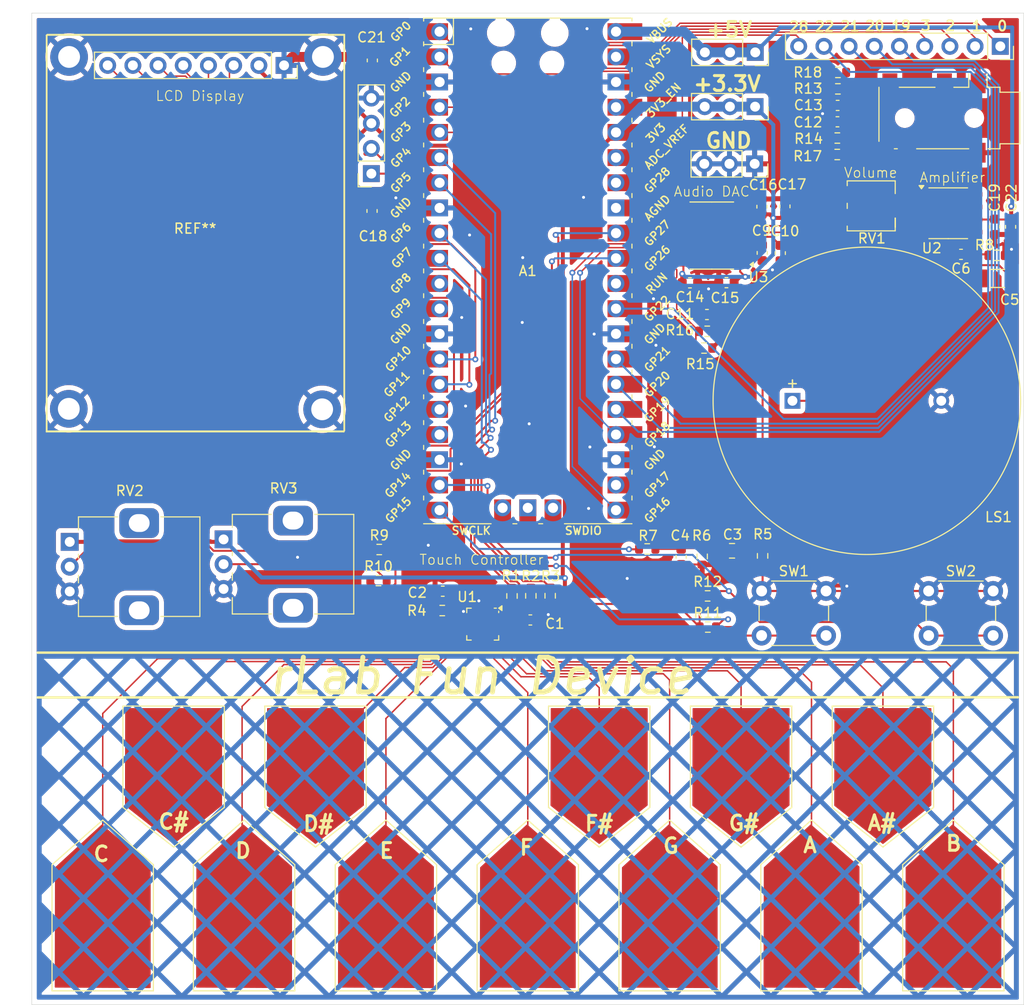
<source format=kicad_pcb>
(kicad_pcb (version 20240108) (generator "pcbnew") (generator_version "8.0")
  (layers (0 "F.Cu" signal) (31 "B.Cu" signal) (34 "B.Paste" user) (35 "F.Paste" user) (36 "B.SilkS" user "B.Silkscreen") (37 "F.SilkS" user "F.Silkscreen") (38 "B.Mask" user) (39 "F.Mask" user) (44 "Edge.Cuts" user))
  (net 0 "")
  (net 1 "/Note_C")
  (net 2 "/Note_D")
  (net 3 "/Note_E")
  (net 4 "/Note_F")
  (net 5 "/Note_G")
  (net 6 "/Note_A")
  (net 7 "/Note_B")
  (net 8 "/C_Sharp")
  (net 9 "/E_Flat")
  (net 10 "/F_Sharp")
  (net 11 "/G_Sharp")
  (net 12 "/B_Flat")
  (net 13 "+3.3V")
  (net 14 "Net-(U1-VREG)")
  (net 15 "GND")
  (net 16 "Net-(U3-CAPM)")
  (net 17 "Net-(U3-CAPP)")
  (net 18 "Net-(U3-VNEG)")
  (net 19 "Net-(U1-REXT)")
  (net 20 "Net-(C3-Pad1)")
  (net 21 "Net-(C3-Pad2)")
  (net 22 "Net-(C5-Pad1)")
  (net 23 "Net-(C5-Pad2)")
  (net 24 "Net-(C6-Pad1)")
  (net 25 "Net-(U3-LDOO)")
  (net 26 "Net-(R9-Pad2)")
  (net 27 "/Pot1")
  (net 28 "Net-(R10-Pad2)")
  (net 29 "/Pot2")
  (net 30 "/Button1")
  (net 31 "/Button2")
  (net 32 "Net-(U2-+)")
  (net 36 "+5V")
  (net 37 "/ROUT")
  (net 38 "/LOUT")
  (net 39 "/SCL")
  (net 40 "/SDA")
  (net 41 "/BL")
  (net 42 "/RESET")
  (net 43 "/DC")
  (net 44 "/SCK")
  (net 45 "/CS")
  (net 46 "/MOSI")
  (net 47 "/GPIO3")
  (net 48 "/GPIO1")
  (net 49 "/GPIO28")
  (net 50 "/GPIO22")
  (net 51 "/GPIO2")
  (net 52 "/GPIO0")
  (net 53 "/GPIO21")
  (net 54 "/GPIO20")
  (net 55 "/GPIO19")
  (net 56 "/IRQ")
  (net 57 "/PWMOUT")
  (net 58 "Net-(U3-OUTL)")
  (net 59 "Net-(U3-OUTR)")
  (net 60 "Net-(U3-XSMT)")
  (net 61 "/BCK")
  (net 62 "/LRCK")
  (net 63 "/SDO")
  (footprint "Resistor_SMD:R_0603_1608Metric" (layer "F.Cu") (at 181.205 62.6)
    (property "Reference" "R14")
    (property "Value" "470")
  )
  (footprint "Resistor_SMD:R_0603_1608Metric" (layer "F.Cu") (at 141.3775 110.255 180)
    (property "Reference" "R4")
    (property "Value" "75k")
  )
  (footprint "Connector_PinSocket_2.54mm:PinSocket_1x09_P2.54mm_Vertical" (layer "F.Cu") (at 197.63 53.35 -90)
    (property "Reference" "J16" (hide yes))
    (property "Value" "Conn_01x09")
  )
  (footprint "Resistor_SMD:R_0603_1608Metric" (layer "F.Cu") (at 148.4075 108.785 90)
    (property "Reference" "R1")
    (property "Value" "4k7")
  )
  (footprint "Capacitor_SMD:C_0603_1608Metric" (layer "F.Cu") (at 165.46 104.835 90)
    (property "Reference" "C4")
    (property "Value" "100n")
  )
  (footprint "rLab_Keyboard:White_Key" (layer "F.Cu") (at 178.6 143.5)
    (property "Reference" "J6" (hide yes))
    (property "Value" "Conn_01x01_Pin")
  )
  (footprint "Capacitor_SMD:C_0603_1608Metric" (layer "F.Cu") (at 141.4275 108.305 180)
    (property "Reference" "C2")
    (property "Value" "100n")
  )
  (footprint "Package_SO:SOIC-8_3.9x4.9mm_P1.27mm" (layer "F.Cu") (at 192.385 70.185)
    (property "Reference" "U2")
    (property "Value" "LM386")
  )
  (footprint "MountingHole:MountingHole_2.2mm_M2_DIN965_Pad" (layer "F.Cu") (at 103.76 54.42)
    (property "Reference" "H1" (hide yes))
    (property "Value" "MountingHole_Pad")
  )
  (footprint "Capacitor_SMD:C_0603_1608Metric" (layer "F.Cu") (at 198.67 71.555 -90)
    (property "Reference" "C22")
    (property "Value" "100n")
  )
  (footprint "Capacitor_SMD:C_0603_1608Metric" (layer "F.Cu") (at 170.025 77.185)
    (property "Reference" "C15")
    (property "Value" "100n")
  )
  (footprint "rLab_Keyboard:White_Key" (layer "F.Cu") (at 192.9 143.5)
    (property "Reference" "J7" (hide yes))
    (property "Value" "Conn_01x01_Pin")
  )
  (footprint "rLab_Keyboard:240LCD" (layer "F.Cu") (at 116.47 72.23)
    (property "Reference" "REF**")
    (property "Value" "240LCD")
  )
  (footprint "rLab_Keyboard:White_Key" (layer "F.Cu") (at 135.7 143.5)
    (property "Reference" "J3" (hide yes))
    (property "Value" "Conn_01x01_Pin")
  )
  (footprint "rLab_Keyboard:Black_key" (layer "F.Cu") (at 128.6 125)
    (property "Reference" "J9" (hide yes))
    (property "Value" "Conn_01x01_Pin")
  )
  (footprint "Button_Switch_THT:SW_PUSH_6mm_H5mm" (layer "F.Cu") (at 173.57 108.28)
    (property "Reference" "SW1")
    (property "Value" "SW_MEC_5G")
  )
  (footprint "rLab_Keyboard:Potentiometer_Alps_RK09K_Single_Vertical" (layer "F.Cu") (at 119.335 103.08)
    (property "Reference" "RV3")
    (property "Value" "10k")
  )
  (footprint "Resistor_SMD:R_0603_1608Metric" (layer "F.Cu") (at 167.58 104.795 -90)
    (property "Reference" "R6")
    (property "Value" "100")
  )
  (footprint "rLab_Keyboard:Black_key" (layer "F.Cu") (at 171.5 125)
    (property "Reference" "J11" (hide yes))
    (property "Value" "Conn_01x01_Pin")
  )
  (footprint "rLab_Keyboard:Black_key" (layer "F.Cu") (at 114.3 125)
    (property "Reference" "J8" (hide yes))
    (property "Value" "Conn_01x01_Pin")
  )
  (footprint "Resistor_SMD:R_0603_1608Metric" (layer "F.Cu") (at 197.26 74.43)
    (property "Reference" "R8")
    (property "Value" "10")
  )
  (footprint "Capacitor_SMD:C_0603_1608Metric" (layer "F.Cu") (at 193.67 74.33 180)
    (property "Reference" "C6")
    (property "Value" "47n")
  )
  (footprint "rLab_Keyboard:Potentiometer_Bourns_3214G_Horizontal" (layer "F.Cu") (at 184.62 69.44 180)
    (property "Reference" "RV1")
    (property "Value" "10k")
  )
  (footprint "MountingHole:MountingHole_2.2mm_M2_DIN965_Pad" (layer "F.Cu") (at 129.35 54.42)
    (property "Reference" "H2" (hide yes))
    (property "Value" "MountingHole_Pad")
  )
  (footprint "Capacitor_SMD:C_0805_2012Metric" (layer "F.Cu") (at 170.59 104.23 180)
    (property "Reference" "C3")
    (property "Value" "47u")
  )
  (footprint "Resistor_SMD:R_0603_1608Metric" (layer "F.Cu") (at 173.67 104.74 -90)
    (property "Reference" "R5")
    (property "Value" "1k8")
  )
  (footprint "Resistor_SMD:R_0603_1608Metric" (layer "F.Cu") (at 152.2575 108.765 90)
    (property "Reference" "R3")
    (property "Value" "4k7")
  )
  (footprint "Resistor_SMD:R_0603_1608Metric" (layer "F.Cu") (at 168.15 111.92)
    (property "Reference" "R11")
    (property "Value" "4k7")
  )
  (footprint "Capacitor_SMD:C_0603_1608Metric" (layer "F.Cu") (at 134.33 54.77 -90)
    (property "Reference" "C21")
    (property "Value" "100n")
  )
  (footprint "Capacitor_SMD:C_0603_1608Metric" (layer "F.Cu") (at 134.3 69.955 90)
    (property "Reference" "C18")
    (property "Value" "2u2")
  )
  (footprint "Capacitor_SMD:C_0603_1608Metric" (layer "F.Cu") (at 181.215 60.96)
    (property "Reference" "C12")
    (property "Value" "2n2")
  )
  (footprint "rLab_Keyboard:Black_key" (layer "F.Cu") (at 185.8 125)
    (property "Reference" "J12" (hide yes))
    (property "Value" "Conn_01x01_Pin")
  )
  (footprint "rLab_Keyboard:White_Key" (layer "F.Cu") (at 121.4 143.5)
    (property "Reference" "J2" (hide yes))
    (property "Value" "Conn_01x01_Pin")
  )
  (footprint "Capacitor_SMD:C_0603_1608Metric" (layer "F.Cu") (at 168.06 80.4)
    (property "Reference" "C11")
    (property "Value" "100n")
  )
  (footprint "Package_SO:TSSOP-20_4.4x6.5mm_P0.65mm" (layer "F.Cu") (at 168.5475 72.435 180)
    (property "Reference" "U3")
    (property "Value" "PCM5102")
  )
  (footprint "Resistor_SMD:R_0603_1608Metric" (layer "F.Cu") (at 181.26 57.64)
    (property "Reference" "R13")
    (property "Value" "470")
  )
  (footprint "Resistor_SMD:R_0603_1608Metric" (layer "F.Cu") (at 135.025 104.1)
    (property "Reference" "R9")
    (property "Value" "4k7")
  )
  (footprint "rLab_Keyboard:Jack_3.5mm_PJ342_Horizontal" (layer "F.Cu") (at 190.7 60.58 -90)
    (property "Reference" "J13" (hide yes))
    (property "Value" "AudioJack3_Switch")
  )
  (footprint "Capacitor_SMD:C_0603_1608Metric" (layer "F.Cu") (at 150.2575 111.205)
    (property "Reference" "C1")
    (property "Value" "100n")
  )
  (footprint "Button_Switch_THT:SW_PUSH_6mm_H5mm" (layer "F.Cu") (at 190.41 108.28)
    (property "Reference" "SW2")
    (property "Value" "SW_MEC_5G")
  )
  (footprint "rLab_Keyboard:White_Key" (layer "F.Cu") (at 150 143.5)
    (property "Reference" "J4" (hide yes))
    (property "Value" "Conn_01x01_Pin")
  )
  (footprint "Connector_PinSocket_2.54mm:PinSocket_1x03_P2.54mm_Vertical" (layer "F.Cu") (at 172.93 53.96 -90)
    (property "Reference" "J17" (hide yes))
    (property "Value" "Conn_01x03")
  )
  (footprint "rLab_Keyboard:Potentiometer_Alps_RK09K_Single_Vertical" (layer "F.Cu") (at 103.825 103.33)
    (property "Reference" "RV2")
    (property "Value" "10k")
  )
  (footprint "Resistor_SMD:R_0603_1608Metric" (layer "F.Cu") (at 181.195 64.26)
    (property "Reference" "R17")
    (property "Value" "0R")
  )
  (footprint "MountingHole:MountingHole_2.2mm_M2_DIN965_Pad" (layer "F.Cu") (at 129.27 89.96)
    (property "Reference" "H3" (hide yes))
    (property "Value" "MountingHole_Pad")
  )
  (footprint "Connector_PinSocket_2.54mm:PinSocket_1x03_P2.54mm_Vertical" (layer "F.Cu") (at 172.915 59.435 -90)
    (property "Reference" "J19" (hide yes))
    (property "Value" "Conn_01x03")
  )
  (footprint "Capacitor_SMD:C_0603_1608Metric" (layer "F.Cu") (at 197.06 71.55 90)
    (property "Reference" "C19")
    (property "Value" "2u2")
  )
  (footprint "rLab_Keyboard:30mm_Speaker" (layer "F.Cu") (at 176.68 89.1)
    (property "Reference" "LS1")
    (property "Value" "Speaker")
  )
  (footprint "MountingHole:MountingHole_2.2mm_M2_DIN965_Pad" (layer "F.Cu") (at 103.73 89.91)
    (property "Reference" "H4" (hide yes))
    (property "Value" "MountingHole_Pad")
  )
  (footprint "rLab_Keyboard:RPi_Pico_SMD_TH" (layer "F.Cu") (at 150 76)
    (property "Reference" "A1")
    (property "Value" "RaspberryPi_Pico")
  )
  (footprint "Resistor_SMD:R_0603_1608Metric" (layer "F.Cu") (at 167.77 83.78 180)
    (property "Reference" "R15")
    (property "Value" "100")
  )
  (footprint "Capacitor_SMD:C_1206_3216Metric" (layer "F.Cu") (at 197.36 76.76 180)
    (property "Reference" "C5")
    (property "Value" "220u")
  )
  (footprint "Connector_PinSocket_2.54mm:PinSocket_1x04_P2.54mm_Vertical" (layer "F.Cu") (at 134.23 66.19 180)
    (property "Reference" "J14" (hide yes))
    (property "Value" "Conn_01x04")
  )
  (footprint "Capacitor_SMD:C_0603_1608Metric" (layer "F.Cu") (at 173.635 74.185 -90)
    (property "Reference" "C9")
    (property "Value" "2u2")
  )
  (footprint "Connector_PinSocket_2.54mm:PinSocket_1x08_P2.54mm_Vertical" (layer "F.Cu") (at 125.43 55.27 -90)
    (property "Reference" "J15" (hide yes))
    (property "Value" "Conn_01x08")
  )
  (footprint "rLab_Keyboard:UQFN-20_3x3mm_P0.4mm" (layer "F.Cu") (at 145.4575 111.625 -90)
    (property "Reference" "U1")
    (property "Value" "MPR121QR2")
  )
  (footprint "rLab_Keyboard:White_Key" (layer "F.Cu") (at 107.15 143.5)
    (property "Reference" "J1" (hide yes))
    (property "Value" "Conn_01x01_Pin")
  )
  (footprint "rLab_Keyboard:White_Key" (layer "F.Cu") (at 164.3 143.5)
    (property "Reference" "J5" (hide yes))
    (property "Value" "Conn_01x01_Pin")
  )
  (footprint "Resistor_SMD:R_0603_1608Metric" (layer "F.Cu") (at 150.3075 108.77 90)
    (property "Reference" "R2")
    (property "Value" "4k7")
  )
  (footprint "Capacitor_SMD:C_0603_1608Metric" (layer "F.Cu") (at 181.235 59.31)
    (property "Reference" "C13")
    (property "Value" "2n2")
  )
  (footprint "Resistor_SMD:R_0603_1608Metric" (layer "F.Cu") (at 181.265 55.98)
    (property "Reference" "R18")
    (property "Value" "0R")
  )
  (footprint "Connector_PinSocket_2.54mm:PinSocket_1x03_P2.54mm_Vertical" (layer "F.Cu") (at 172.87 65.2 -90)
    (property "Reference" "J18" (hide yes))
    (property "Value" "Conn_01x03")
  )
  (footprint "rLab_Keyboard:Black_key" (layer "F.Cu") (at 157.2 125)
    (property "Reference" "J10" (hide yes))
    (property "Value" "Conn_01x01_Pin")
  )
  (footprint "Resistor_SMD:R_0603_1608Metric" (layer "F.Cu") (at 168.09 82.09)
    (property "Reference" "R16")
    (property "Value" "100")
  )
  (footprint "Capacitor_SMD:C_0603_1608Metric" (layer "F.Cu") (at 175.92 69.49 -90)
    (property "Reference" "C17")
    (property "Value" "2u2")
  )
  (footprint "Resistor_SMD:R_0603_1608Metric" (layer "F.Cu") (at 168.13 108.78)
    (property "Reference" "R12")
    (property "Value" "4k7")
  )
  (footprint "Resistor_SMD:R_0603_1608Metric" (layer "F.Cu") (at 162.04 104.04 180)
    (property "Reference" "R7")
    (property "Value" "220")
  )
  (footprint "Capacitor_SMD:C_0603_1608Metric" (layer "F.Cu") (at 175.455 74.205 90)
    (property "Reference" "C10")
    (property "Value" "2u2")
  )
  (footprint "Capacitor_SMD:C_0603_1608Metric" (layer "F.Cu") (at 173.605 69.525 -90)
    (property "Reference" "C16")
    (property "Value" "100n")
  )
  (footprint "Resistor_SMD:R_0603_1608Metric" (layer "F.Cu") (at 134.95 107.23)
    (property "Reference" "R10")
    (property "Value" "4k7")
  )
  (footprint "Capacitor_SMD:C_0603_1608Metric" (layer "F.Cu") (at 166.345 77.205 180)
    (property "Reference" "C14")
    (property "Value" "100n")
  )
  (gr_line (start 100.6 114.5) (end 199.4 114.5) (stroke (width 0.25)) (layer "F.SilkS"))
  (gr_line (start 100.6 119.020818) (end 199.4 119) (stroke (width 0.25)) (layer "F.SilkS"))
  (gr_rect (start 101.54 52.14) (end 131.54 92.14) (stroke (width 0.1)) (fill none) (layer "F.SilkS"))
  (gr_line (start 100 150) (end 200 150) (stroke (width 0.05)) (layer "Edge.Cuts"))
  (gr_line (start 100 50) (end 100 150) (stroke (width 0.05)) (layer "Edge.Cuts"))
  (gr_line (start 200 150) (end 200 50) (stroke (width 0.05)) (layer "Edge.Cuts"))
  (gr_line (start 200 50) (end 100 50) (stroke (width 0.05)) (layer "Edge.Cuts"))
  (gr_text "Amplifier" (at 189.43 67.16 0) (layer "F.SilkS") (effects (font (size 1 1) (thickness 0.1)) (justify left bottom)))
  (gr_text "21" (at 181.39 51.92 0) (layer "F.SilkS") (effects (font (size 1 1) (thickness 0.2) (bold yes)) (justify left bottom)))
  (gr_text "Volume" (at 181.81 66.68 0) (layer "F.SilkS") (effects (font (size 1 1) (thickness 0.1)) (justify left bottom)))
  (gr_text "19" (at 186.55 51.87 0) (layer "F.SilkS") (effects (font (size 1 1) (thickness 0.2) (bold yes)) (justify left bottom)))
  (gr_text "22" (at 178.83 51.94 0) (layer "F.SilkS") (effects (font (size 1 1) (thickness 0.2) (bold yes)) (justify left bottom)))
  (gr_text "LCD Display" (at 112.42 58.94 0) (layer "F.SilkS") (effects (font (size 1 1) (thickness 0.1)) (justify left bottom)))
  (gr_text "A" (at 177.61 134.79 0) (layer "F.SilkS") (effects (font (size 1.5 1.5) (thickness 0.3) (bold yes)) (justify left bottom)))
  (gr_text "C#" (at 112.61 132.43 0) (layer "F.SilkS") (effects (font (size 1.5 1.5) (thickness 0.3) (bold yes)) (justify left bottom)))
  (gr_text "GND" (at 167.77 63.74 0) (layer "F.SilkS") (effects (font (size 1.5 1.5) (thickness 0.3) (bold yes)) (justify left bottom)))
  (gr_text "+5V" (at 167.82 52.54 0) (layer "F.SilkS") (effects (font (size 1.5 1.5) (thickness 0.3) (bold yes)) (justify left bottom)))
  (gr_text "+3.3V" (at 166.54 58 0) (layer "F.SilkS") (effects (font (size 1.5 1.5) (thickness 0.3) (bold yes)) (justify left bottom)))
  (gr_text "G" (at 163.48 134.87 0) (layer "F.SilkS") (effects (font (size 1.5 1.5) (thickness 0.3) (bold yes)) (justify left bottom)))
  (gr_text "B" (at 191.98 134.63 0) (layer "F.SilkS") (effects (font (size 1.5 1.5) (thickness 0.3) (bold yes)) (justify left bottom)))
  (gr_text "G#" (at 170.09 132.59 0) (layer "F.SilkS") (effects (font (size 1.5 1.5) (thickness 0.3) (bold yes)) (justify left bottom)))
  (gr_text "E" (at 134.89 135.36 0) (layer "F.SilkS") (effects (font (size 1.5 1.5) (thickness 0.3) (bold yes)) (justify left bottom)))
  (gr_text "F" (at 149.02 135.04 0) (layer "F.SilkS") (effects (font (size 1.5 1.5) (thickness 0.3) (bold yes)) (justify left bottom)))
  (gr_text "0" (at 197.22 51.89 0) (layer "F.SilkS") (effects (font (size 1 1) (thickness 0.2) (bold yes)) (justify left bottom)))
  (gr_text "D#" (at 127.2 132.65 0) (layer "F.SilkS") (effects (font (size 1.5 1.5) (thickness 0.3) (bold yes)) (justify left bottom)))
  (gr_text "2" (at 191.97 51.87 0) (layer "F.SilkS") (effects (font (size 1 1) (thickness 0.2) (bold yes)) (justify left bottom)))
  (gr_text "C" (at 106.06 135.69 0) (layer "F.SilkS") (effects (font (size 1.5 1.5) (thickness 0.3) (bold yes)) (justify left bottom)))
  (gr_text "28" (at 176.24 51.96 0) (layer "F.SilkS") (effects (font (size 1 1) (thickness 0.2) (bold yes)) (justify left bottom)))
  (gr_text "Audio DAC" (at 164.65 68.58 0) (layer "F.SilkS") (effects (font (size 1 1) (thickness 0.1)) (justify left bottom)))
  (gr_text "Touch Controller" (at 139.01 105.71 0) (layer "F.SilkS") (effects (font (size 1 1) (thickness 0.1)) (justify left bottom)))
  (gr_text "20" (at 183.89 51.9 0) (layer "F.SilkS") (effects (font (size 1 1) (thickness 0.2) (bold yes)) (justify left bottom)))
  (gr_text "rLab Fun Device" (at 123.63 118.92 0) (layer "F.SilkS") (effects (font (size 3.5 3.5) (thickness 0.5) (italic yes)) (justify left bottom)))
  (gr_text "D" (at 120.35 135.36 0) (layer "F.SilkS") (effects (font (size 1.5 1.5) (thickness 0.3) (bold yes)) (justify left bottom)))
  (gr_text "1" (at 194.65 51.9 0) (layer "F.SilkS") (effects (font (size 1 1) (thickness 0.2) (bold yes)) (justify left bottom)))
  (gr_text "F#" (at 155.59 132.61 0) (layer "F.SilkS") (effects (font (size 1.5 1.5) (thickness 0.3) (bold yes)) (justify left bottom)))
  (gr_text "3" (at 189.51 51.86 0) (layer "F.SilkS") (effects (font (size 1 1) (thickness 0.2) (bold yes)) (justify left bottom)))
  (gr_text "A#" (at 184.1 132.56 0) (layer "F.SilkS") (effects (font (size 1.5 1.5) (thickness 0.3) (bold yes)) (justify left bottom)))
  (segment (start 143.523144 111.625) (end 140.048144 115.1) (width 0.15) (layer "F.Cu") (net 1))
  (segment (start 140.048144 115.1) (end 112.69 115.1) (width 0.15) (layer "F.Cu") (net 1))
  (segment (start 112.69 115.1) (end 107.15 120.64) (width 0.15) (layer "F.Cu") (net 1))
  (segment (start 107.15 120.64) (end 107.15 143.5) (width 0.15) (layer "F.Cu") (net 1))
  (segment (start 144.07 111.625) (end 143.523144 111.625) (width 0.15) (layer "F.Cu") (net 1))
  (segment (start 143.571672 112.425) (end 144.07 112.425) (width 0.15) (layer "F.Cu") (net 2))
  (segment (start 125.42 115.7) (end 140.296672 115.7) (width 0.15) (layer "F.Cu") (net 2))
  (segment (start 121.2 143.3) (end 121.2 119.92) (width 0.15) (layer "F.Cu") (net 2))
  (segment (start 140.296672 115.7) (end 143.571672 112.425) (width 0.15) (layer "F.Cu") (net 2))
  (segment (start 121.2 119.92) (end 125.42 115.7) (width 0.15) (layer "F.Cu") (net 2))
  (segment (start 121.4 143.5) (end 121.2 143.3) (width 0.15) (layer "F.Cu") (net 2))
  (segment (start 145.0575 113.554082) (end 145.0575 113.0125) (width 0.15) (layer "F.Cu") (net 3))
  (segment (start 144.82587 113.715) (end 145.0575 113.48337) (width 0.15) (layer "F.Cu") (net 3))
  (segment (start 135.7 143.5) (end 135.7 121.1452) (width 0.15) (layer "F.Cu") (net 3))
  (segment (start 143.1302 113.715) (end 144.82587 113.715) (width 0.15) (layer "F.Cu") (net 3))
  (segment (start 135.7 121.1452) (end 143.1302 113.715) (width 0.15) (layer "F.Cu") (net 3))
  (segment (start 145.0575 113.48337) (end 145.0575 113.0125) (width 0.15) (layer "F.Cu") (net 3))
  (segment (start 150 118.53) (end 150 143.5) (width 0.15) (layer "F.Cu") (net 4))
  (segment (start 145.4575 113.9875) (end 150 118.53) (width 0.15) (layer "F.Cu") (net 4))
  (segment (start 145.4575 113.0125) (end 145.4575 113.9875) (width 0.15) (layer "F.Cu") (net 4))
  (segment (start 149.875 116.63) (end 163.66 116.63) (width 0.15) (layer "F.Cu") (net 5))
  (segment (start 146.2575 113.0125) (end 149.875 116.63) (width 0.15) (layer "F.Cu") (net 5))
  (segment (start 163.66 116.63) (end 164.3 117.27) (width 0.15) (layer "F.Cu") (net 5))
  (segment (start 164.3 117.27) (end 164.3 143.5) (width 0.15) (layer "F.Cu") (net 5))
  (segment (start 146.845 112.025) (end 148.336342 112.025) (width 0.15) (layer "F.Cu") (net 6))
  (segment (start 148.336342 112.025) (end 152.341342 116.03) (width 0.15) (layer "F.Cu") (net 6))
  (segment (start 177.14 116.03) (end 178.6 117.49) (width 0.15) (layer "F.Cu") (net 6))
  (segment (start 178.6 117.49) (end 178.6 143.5) (width 0.15) (layer "F.Cu") (net 6))
  (segment (start 152.341342 116.03) (end 177.14 116.03) (width 0.15) (layer "F.Cu") (net 6))
  (segment (start 152.58987 115.43) (end 192.179032 115.43) (width 0.15) (layer "F.Cu") (net 7))
  (segment (start 192.9 116.150968) (end 192.9 143.5) (width 0.15) (layer "F.Cu") (net 7))
  (segment (start 148.38487 111.225) (end 152.58987 115.43) (width 0.15) (layer "F.Cu") (net 7))
  (segment (start 192.179032 115.43) (end 192.9 116.150968) (width 0.15) (layer "F.Cu") (net 7))
  (segment (start 146.845 111.225) (end 148.38487 111.225) (width 0.15) (layer "F.Cu") (net 7))
  (segment (start 114.3 120.0786) (end 118.9786 115.4) (width 0.15) (layer "F.Cu") (net 8))
  (segment (start 143.547408 112.025) (end 144.07 112.025) (width 0.15) (layer "F.Cu") (net 8))
  (segment (start 114.3 125) (end 114.3 120.0786) (width 0.15) (layer "F.Cu") (net 8))
  (segment (start 118.9786 115.4) (end 140.172408 115.4) (width 0.15) (layer "F.Cu") (net 8))
  (segment (start 140.172408 115.4) (end 143.547408 112.025) (width 0.15) (layer "F.Cu") (net 8))
  (segment (start 143.408436 113.0125) (end 144.6575 113.0125) (width 0.15) (layer "F.Cu") (net 9))
  (segment (start 140.420936 116) (end 143.408436 113.0125) (width 0.15) (layer "F.Cu") (net 9))
  (segment (start 128.6 125) (end 137.6 116) (width 0.15) (layer "F.Cu") (net 9))
  (segment (start 137.6 116) (end 140.420936 116) (width 0.15) (layer "F.Cu") (net 9))
  (segment (start 144.6575 113.0125) (end 144.6575 113.415) (width 0.15) (layer "F.Cu") (net 9))
  (segment (start 149.30413 116.93) (end 156.09 116.93) (width 0.15) (layer "F.Cu") (net 10))
  (segment (start 156.09 116.93) (end 157.2 118.04) (width 0.15) (layer "F.Cu") (net 10))
  (segment (start 145.8575 113.0125) (end 145.8575 113.48337) (width 0.15) (layer "F.Cu") (net 10))
  (segment (start 145.8575 113.48337) (end 149.30413 116.93) (width 0.15) (layer "F.Cu") (net 10))
  (segment (start 157.2 118.04) (end 157.2 125) (width 0.15) (layer "F.Cu") (net 10))
  (segment (start 171.5 117.71) (end 171.5 125) (width 0.15) (layer "F.Cu") (net 11))
  (segment (start 150.75 116.33) (end 170.12 116.33) (width 0.15) (layer "F.Cu") (net 11))
  (segment (start 170.12 116.33) (end 171.5 117.71) (width 0.15) (layer "F.Cu") (net 11))
  (segment (start 146.845 112.425) (end 150.75 116.33) (width 0.15) (layer "F.Cu") (net 11))
  (segment (start 148.360606 111.625) (end 152.465606 115.73) (width 0.15) (layer "F.Cu") (net 12))
  (segment (start 152.465606 115.73) (end 183.49 115.73) (width 0.15) (layer "F.Cu") (net 12))
  (segment (start 185.8 118.04) (end 185.8 125) (width 0.15) (layer "F.Cu") (net 12))
  (segment (start 183.49 115.73) (end 185.8 118.04) (width 0.15) (layer "F.Cu") (net 12))
  (segment (start 146.845 111.625) (end 148.360606 111.625) (width 0.15) (layer "F.Cu") (net 12))
  (segment (start 124.815 57.63) (end 132.12 57.63) (width 0.4) (layer "F.Cu") (net 13))
  (segment (start 165.57 77.205) (end 165.57 76.29) (width 0.4) (layer "F.Cu") (net 13))
  (segment (start 152.2575 109.59) (end 164.995 109.59) (width 0.2) (layer "F.Cu") (net 13))
  (segment (start 103.825 103.33) (end 105.688604 103.33) (width 0.4) (layer "F.Cu") (net 13))
  (segment (start 174.41 70.3) (end 174.41 70.32) (width 0.4) (layer "F.Cu") (net 13))
  (segment (start 132.12 57.63) (end 134.2 55.55) (width 0.4) (layer "F.Cu") (net 13))
  (segment (start 153.74 102.9) (end 153.53 102.9) (width 0.4) (layer "F.Cu") (net 13))
  (segment (start 174.745 70.655) (end 175.53 70.655) (width 0.4) (layer "F.Cu") (net 13))
  (segment (start 175.53 70.655) (end 175.92 70.265) (width 0.4) (layer "F.Cu") (net 13))
  (segment (start 149.4825 111.205) (end 149.4825 110.685) (width 0.15) (layer "F.Cu") (net 13))
  (segment (start 152.2575 109.59) (end 153.74 108.1075) (width 0.4) (layer "F.Cu") (net 13))
  (segment (start 164.995 109.59) (end 167.325 111.92) (width 0.2) (layer "F.Cu") (net 13))
  (segment (start 118.016396 103.28) (end 118.066396 103.33) (width 0.4) (layer "F.Cu") (net 13))
  (segment (start 165.685 76.175) (end 165.57 76.29) (width 0.2) (layer "F.Cu") (net 13))
  (segment (start 171.925 76.595) (end 171.39 76.595) (width 0.4) (layer "F.Cu") (net 13))
  (segment (start 153.53 106.77) (end 153.74 106.98) (width 0.4) (layer "F.Cu") (net 13))
  (segment (start 153.53 98.7) (end 153.74 98.7) (width 0.4) (layer "F.Cu") (net 13))
  (segment (start 136.49 63.37) (end 134.23 61.11) (width 0.4) (layer "F.Cu") (net 13))
  (segment (start 167.325 108.8) (end 167.305 108.78) (width 0.2) (layer "F.Cu") (net 13))
  (segment (start 122.89 55.27) (end 122.89 55.705) (width 0.4) (layer "F.Cu") (net 13))
  (segment (start 170.8 81.575) (end 168.595 83.78) (width 0.4) (layer "F.Cu") (net 13))
  (segment (start 132.89 69.18) (end 132.05 68.34) (width 0.4) (layer "F.Cu") (net 13))
  (segment (start 167.325 111.92) (end 167.325 108.8) (width 0.2) (layer "F.Cu") (net 13))
  (segment (start 153.53 102.9) (end 153.53 106.77) (width 0.4) (layer "F.Cu") (net 13))
  (segment (start 148.4225 109.605) (end 148.4075 109.59) (width 0.15) (layer "F.Cu") (net 13))
  (segment (start 132.05 63.29) (end 134.23 61.11) (width 0.4) (layer "F.Cu") (net 13))
  (segment (start 134.23 61.11) (end 132.12 59) (width 0.4) (layer "F.Cu") (net 13))
  (segment (start 122.89 55.705) (end 124.815 57.63) (width 0.4) (layer "F.Cu") (net 13))
  (segment (start 149.51 63.37) (end 136.49 63.37) (width 0.4) (layer "F.Cu") (net 13))
  (segment (start 158.89 62.03) (end 153.53 67.39) (width 0.4) (layer "F.Cu") (net 13))
  (segment (start 134.3 69.18) (end 132.89 69.18) (width 0.4) (layer "F.Cu") (net 13))
  (segment (start 170.8 81.575) (end 170.8 77.185) (width 0.4) (layer "F.Cu") (net 13))
  (segment (start 171.41 75.36) (end 171.41 76.08) (width 0.2) (layer "F.Cu") (net 13))
  (segment (start 134.2 55.55) (end 134.33 55.55) (width 0.4) (layer "F.Cu") (net 13))
  (segment (start 171.41 70.81) (end 173.095 70.81) (width 0.2) (layer "F.Cu") (net 13))
  (segment (start 174.41 70.32) (end 174.745 70.655) (width 0.4) (layer "F.Cu") (net 13))
  (segment (start 148.06 109.61) (end 148.4075 109.61) (width 0.15) (layer "F.Cu") (net 13))
  (segment (start 165.685 75.36) (end 165.685 76.175) (width 0.2) (layer "F.Cu") (net 13))
  (segment (start 153.53 67.39) (end 153.53 98.7) (width 0.4) (layer "F.Cu") (net 13))
  (segment (start 171.39 76.595) (end 170.8 77.185) (width 0.4) (layer "F.Cu") (net 13))
  (segment (start 173.095 70.81) (end 173.605 70.3) (width 0.2) (layer "F.Cu") (net 13))
  (segment (start 149.4825 110.685) (end 148.4075 109.61) (width 0.15) (layer "F.Cu") (net 13))
  (segment (start 118.066396 103.33) (end 119.085 103.33) (width 0.4) (layer "F.Cu") (net 13))
  (segment (start 119.085 103.33) (end 119.335 103.08) (width 0.4) (layer "F.Cu") (net 13))
  (segment (start 105.738604 103.28) (end 118.016396 103.28) (width 0.4) (layer "F.Cu") (net 13))
  (segment (start 153.74 98.7) (end 153.74 102.9) (width 0.4) (layer "F.Cu") (net 13))
  (segment (start 132.05 68.34) (end 132.05 63.29) (width 0.4) (layer "F.Cu") (net 13))
  (segment (start 153.74 108.1075) (end 153.74 106.98) (width 0.4) (layer "F.Cu") (net 13))
  (segment (start 146.845 110.825) (end 148.06 109.61) (width 0.15) (layer "F.Cu") (net 13))
  (segment (start 105.688604 103.33) (end 105.738604 103.28) (width 0.4) (layer "F.Cu") (net 13))
  (segment (start 152.2575 109.61) (end 150.3125 109.61) (width 0.15) (layer "F.Cu") (net 13))
  (segment (start 153.53 67.39) (end 149.51 63.37) (width 0.4) (layer "F.Cu") (net 13))
  (segment (start 150.3125 109.61) (end 150.3075 109.605) (width 0.15) (layer "F.Cu") (net 13))
  (segment (start 150.3075 109.605) (end 148.4225 109.605) (width 0.15) (layer "F.Cu") (net 13))
  (segment (start 171.41 76.08) (end 171.925 76.595) (width 0.2) (layer "F.Cu") (net 13))
  (segment (start 132.12 59) (end 132.12 57.63) (width 0.4) (layer "F.Cu") (net 13))
  (segment (start 173.605 70.3) (end 174.41 70.3) (width 0.4) (layer "F.Cu") (net 13))
  (via (at 171.925 76.595) (size 0.6) (drill 0.3) (layers "F.Cu" "B.Cu") (net 13))
  (via (at 174.745 70.655) (size 0.6) (drill 0.3) (layers "F.Cu" "B.Cu") (net 13))
  (via (at 165.57 76.29) (size 0.6) (drill 0.3) (layers "F.Cu" "B.Cu") (net 13))
  (via (at 153.74 106.98) (size 0.6) (drill 0.3) (layers "F.Cu" "B.Cu") (net 13))
  (segment (start 174.745 70.655) (end 174.745 61.265) (width 0.4) (layer "B.Cu") (net 13))
  (segment (start 119.335 103.08) (end 123.175 106.92) (width 0.4) (layer "B.Cu") (net 13))
  (segment (start 174.745 74.335) (end 172.485 76.595) (width 0.4) (layer "B.Cu") (net 13))
  (segment (start 174.745 70.655) (end 174.745 74.335) (width 0.4) (layer "B.Cu") (net 13))
  (segment (start 165.57 76.29) (end 165.875 76.595) (width 0.4) (layer "B.Cu") (net 13))
  (segment (start 165.875 76.595) (end 171.925 76.595) (width 0.4) (layer "B.Cu") (net 13))
  (segment (start 161.484998 59.435002) (end 172.915 59.435002) (width 1) (layer "B.Cu") (net 13))
  (segment (start 158.89 62.03) (end 161.484998 59.435002) (width 1) (layer "B.Cu") (net 13))
  (segment (start 172.915002 59.435002) (end 172.915 59.435002) (width 0.4) (layer "B.Cu") (net 13))
  (segment (start 172.485 76.595) (end 171.925 76.595) (width 0.4) (layer "B.Cu") (net 13))
  (segment (start 174.745 61.265) (end 172.915002 59.435002) (width 0.4) (layer "B.Cu") (net 13))
  (segment (start 123.175 106.92) (end 153.68 106.92) (width 0.4) (layer "B.Cu") (net 13))
  (segment (start 153.68 106.92) (end 153.74 106.98) (width 0.4) (layer "B.Cu") (net 13))
  (segment (start 144.6575 110.2375) (end 142.725 108.305) (width 0.15) (layer "F.Cu") (net 14))
  (segment (start 142.725 108.305) (end 142.2025 108.305) (width 0.15) (layer "F.Cu") (net 14))
  (segment (start 173.67 105.565) (end 167.635 105.565) (width 0.2) (layer "F.Cu") (net 15))
  (segment (start 165.685 70.16) (end 168.5175 70.16) (width 0.2) (layer "F.Cu") (net 15))
  (segment (start 168.65 82.1) (end 168.65 82.045) (width 0.2) (layer "F.Cu") (net 15))
  (segment (start 167.285 80.46) (end 168.915 82.09) (width 0.4) (layer "F.Cu") (net 15))
  (segment (start 168.225 77.815) (end 169.79 79.38) (width 0.4) (layer "F.Cu") (net 15))
  (segment (start 175.455 75.125) (end 175.435 75.125) (width 0.4) (layer "F.Cu") (net 15))
  (segment (start 165.685 74.71) (end 166.422499 74.71) (width 0.2) (layer "F.Cu") (net 15))
  (segment (start 198.19 74.39) (end 198.76 73.82) (width 0.4) (layer "F.Cu") (net 15))
  (segment (start 167.635 105.565) (end 167.58 105.62) (width 0.2) (layer "F.Cu") (net 15))
  (segment (start 173.57 108.28) (end 180.07 108.28) (width 0.2) (layer "F.Cu") (net 15))
  (segment (start 169.79 79.38) (end 169.79 81.215) (width 0.4) (layer "F.Cu") (net 15))
  (segment (start 179.915 108.71) (end 179.855 108.77) (width 0.2) (layer "F.Cu") (net 15))
  (segment (start 165.46 105.61) (end 167.57 105.61) (width 0.2) (layer "F.Cu") (net 15))
  (segment (start 191.61 71.57) (end 191.61 70.275001) (width 0.2) (layer "F.Cu") (net 15))
  (segment (start 189.91 72.09) (end 191.09 72.09) (width 0.2) (layer "F.Cu") (net 15))
  (segment (start 180.44 60.865) (end 179.715 60.14) (width 0.4) (layer "F.Cu") (net 15))
  (segment (start 166.422499 74.71) (end 167.072499 74.06) (width 0.2) (layer "F.Cu") (net 15))
  (segment (start 175.455 74.98) (end 175.455 75.125) (width 0.4) (layer "F.Cu") (net 15))
  (segment (start 191.09 72.09) (end 191.61 71.57) (width 0.2) (layer "F.Cu") (net 15))
  (segment (start 126.28 54.42) (end 133.905 54.42) (width 1) (layer "F.Cu") (net 15))
  (segment (start 167.12 77.205) (end 169.23 77.205) (width 0.4) (layer "F.Cu") (net 15))
  (segment (start 125.43 55.27) (end 126.28 54.42) (width 1) (layer "F.Cu") (net 15))
  (segment (start 198.085 74.43) (end 198.085 72.915) (width 0.2) (layer "F.Cu") (net 15))
  (segment (start 169.79 81.215) (end 168.915 82.09) (width 0.4) (layer "F.Cu") (net 15))
  (segment (start 168.4675 69.51) (end 171.41 69.51) (width 0.2) (layer "F.Cu") (net 15))
  (segment (start 190.41 108.28) (end 180.07 108.28) (width 0.2) (layer "F.Cu") (net 15))
  (segment (start 142.4575 109.285) (end 140.6525 109.285) (width 0.15) (layer "F.Cu") (net 15))
  (segment (start 151.9975 110.665) (end 152.0675 110.665) (width 0.15) (layer "F.Cu") (net 15))
  (segment (start 173.67 108.18) (end 173.57 108.28) (width 0.2) (layer "F.Cu") (net 15))
  (segment (start 168.5175 74.05) (end 168.5075 74.06) (width 0.2) (layer "F.Cu") (net 15))
  (segment (start 140.6525 108.305) (end 140.6525 109.285) (width 0.15) (layer "F.Cu") (net 15))
  (segment (start 167.072499 73.41) (end 167.072499 74.06) (width 0.2) (layer "F.Cu") (net 15))
  (segment (start 175.435 75.125) (end 174.665 75.895) (width 0.4) (layer "F.Cu") (net 15))
  (segment (start 168.65 82.045) (end 168.65 81.945) (width 0.2) (layer "F.Cu") (net 15))
  (segment (start 168.225 77.765) (end 168.225 77.815) (width 0.4) (layer "F.Cu") (net 15))
  (segment (start 182.1 107.73) (end 182.16 107.79) (width 0.4) (layer "F.Cu") (net 15))
  (segment (start 141.11 56.95) (end 138.21 56.95) (width 1) (layer "F.Cu") (net 15))
  (segment (start 166.422499 72.76) (end 167.072499 73.41) (width 0.2) (layer "F.Cu") (net 15))
  (segment (start 167.8 62.92) (end 170.34 62.92) (width 1) (layer "F.Cu") (net 15))
  (segment (start 165.685 72.76) (end 166.422499 72.76) (width 0.2) (layer "F.Cu") (net 15))
  (segment (start 134.33 53.995) (end 135.255 53.995) (width 1) (layer "F.Cu") (net 15))
  (segment (start 167.285 80.4) (end 167.225 80.4) (width 0.4) (layer "F.Cu") (net 15))
  (segment (start 168.5175 70.16) (end 171.41 70.16) (width 0.2) (layer "F.Cu") (net 15))
  (segment (start 167.12 77.205) (end 167.665 77.205) (width 0.4) (layer "F.Cu") (net 15))
  (segment (start 145.0575 109.285) (end 145.0675 109.275) (width 0.15) (layer "F.Cu") (net 15))
  (segment (start 168.4675 70.11) (end 168.5175 70.16) (width 0.2) (layer "F.Cu") (net 15))
  (segment (start 190.28 108.28) (end 190.46 108.46) (width 0.2) (layer "F.Cu") (net 15))
  (segment (start 168.5175 70.16) (end 168.5175 74.05) (width 0.2) (layer "F.Cu") (net 15))
  (segment (start 170.34 62.92) (end 172.88 62.92) (width 1) (layer "F.Cu") (net 15))
  (segment (start 143.5175 110.345) (end 143.59 110.345) (width 0.15) (layer "F.Cu") (net 15))
  (segment (start 140.6525 110.155) (end 140.5525 110.255) (width 0.15) (layer "F.Cu") (net 15))
  (segment (start 180.895 107.73) (end 182.1 107.73) (width 0.4) (layer "F.Cu") (net 15))
  (segment (start 167.57 105.61) (end 167.58 105.62) (width 0.2) (layer "F.Cu") (net 15))
  (segment (start 151.4575 111.205) (end 151.9975 110.665) (width 0.15) (layer "F.Cu") (net 15))
  (segment (start 133.905 54.42) (end 134.33 53.995) (width 1) (layer "F.Cu") (net 15))
  (segment (start 167.285 80.4) (end 167.285 80.46) (width 0.4) (layer "F.Cu") (net 15))
  (segment (start 196.91 108.28) (end 190.41 108.28) (width 0.2) (layer "F.Cu") (net 15))
  (segment (start 145.0575 110.2375) (end 145.0575 109.495) (width 0.15) (layer "F.Cu") (net 15))
  (segment (start 198.085 74.43) (end 198.19 74.43) (width 0.4) (layer "F.Cu") (net 15))
  (segment (start 139.45 56.95) (end 141.11 56.95) (width 0.4) (layer "F.Cu") (net 15))
  (segment (start 140.6525 109.285) (end 140.6525 110.155) (width 0.15) (layer "F.Cu") (net 15))
  (segment (start 143.5175 110.345) (end 142.4575 109.285) (width 0.15) (layer "F.Cu") (net 15))
  (segment (start 135.255 53.995) (end 138.21 56.95) (width 1) (layer "F.Cu") (net 15))
  (segment (start 198.19 74.43) (end 198.19 74.39) (width 0.4) (layer "F.Cu") (net 15))
  (segment (start 198.085 72.915) (end 198.67 72.33) (width 0.2) (layer "F.Cu") (net 15))
  (segment (start 167.072499 74.06) (end 168.5075 74.06) (width 0.2) (layer "F.Cu") (net 15))
  (segment (start 169.23 77.205) (end 169.25 77.185) (width 0.4) (layer "F.Cu") (net 15))
  (segment (start 167.665 77.205) (end 168.225 77.765) (width 0.4) (layer "F.Cu") (net 15))
  (segment (start 191.61 70.275001) (end 190.884999 69.55) (width 0.2) (layer "F.Cu") (net 15))
  (segment (start 165.685 69.51) (end 168.4675 69.51) (width 0.2) (layer "F.Cu") (net 15))
  (segment (start 168.4675 69.51) (end 168.4675 70.11) (width 0.2) (layer "F.Cu") (net 15))
  (segment (start 180.44 60.96) (end 180.44 60.955) (width 0.4) (layer "F.Cu") (net 15))
  (segment (start 190.884999 69.55) (end 189.91 69.55) (width 0.2) (layer "F.Cu") (net 15))
  (segment (start 167.58 105.62) (end 168.755 105.62) (width 0.2) (layer "F.Cu") (net 15))
  (segment (start 168.5075 74.06) (end 171.41 74.06) (width 0.2) (layer "F.Cu") (net 15))
  (segment (start 198.665 72.325) (end 198.67 72.33) (width 0.15) (layer "F.Cu") (net 15))
  (segment (start 180.44 60.955) (end 180.44 60.865) (width 0.4) (layer "F.Cu") (net 15))
  (segment (start 197.06 72.325) (end 198.665 72.325) (width 0.15) (layer "F.Cu") (net 15))
  (segment (start 151.0325 111.205) (end 151.4575 111.205) (width 0.15) (layer "F.Cu") (net 15))
  (segment (start 143.59 110.345) (end 144.07 110.825) (width 0.15) (layer "F.Cu") (net 15))
  (segment (start 173.67 105.565) (end 173.67 108.18) (width 0.2) (layer "F.Cu") (net 15))
  (via (at 179.715 60.14) (size 0.6) (drill 0.3) (layers "F.Cu" "B.Cu") (net 15))
  (via (at 149.49 74.66) (size 0.6) (drill 0.3) (layers "F.Cu" "B.Cu") (net 15))
  (via (at 182.16 107.79) (size 0.6) (drill 0.3) (layers "F.Cu" "B.Cu") (net 15))
  (via (at 144.25 51.59) (size 0.6) (drill 0.3) (layers "F.Cu" "B.Cu") (net 15))
  (via (at 152.0675 110.665) (size 0.6) (drill 0.3) (layers "F.Cu" "B.Cu") (net 15))
  (via (at 156.26 93.76) (size 0.6) (drill 0.3) (layers "F.Cu" "B.Cu") (net 15))
  (via (at 162.92 83.5) (size 0.6) (drill 0.3) (layers "F.Cu" "B.Cu") (net 15))
  (via (at 162.67 78.81) (size 0.6) (drill 0.3) (layers "F.Cu" "B.Cu") (net 15))
  (via (at 168.225 77.815) (size 0.6) (drill 0.3) (layers "F.Cu" "B.Cu") (net 15))
  (via (at 143.73 89.63) (size 0.6) (drill 0.3) (layers "F.Cu" "B.Cu") (net 15))
  (via (at 143.34 80.7) (size 0.6) (drill 0.3) (layers "F.Cu" "B.Cu") (net 15))
  (via (at 143.3 95.47) (size 0.6) (drill 0.3) (layers "F.Cu" "B.Cu") (net 15))
  (via (at 139.97 103.67) (size 0.6) (drill 0.3) (layers "F.Cu" "B.Cu") (net 15))
  (via (at 126.79 104.88) (size 0.6) (drill 0.3) (layers "F.Cu" "B.Cu") (net 15))
  (via (at 144.13 72.38) (size 0.6) (drill 0.3) (layers "F.Cu" "B.Cu") (net 15))
  (via (at 162.76 93.74) (size 0.6) (drill 0.3) (layers "F.Cu" "B.Cu") (net 15))
  (via (at 160.02 107.02) (size 0.6) (drill 0.3) (layers "F.Cu" "B.Cu") (net 15))
  (via (at 156.69 82.37) (size 0.6) (drill 0.3) (layers "F.Cu" "B.Cu") (net 15))
  (via (at 143.5175 110.345) (size 0.6) (drill 0.3) (layers "F.Cu" "B.Cu") (net 15))
  (via (at 136.7 68.63) (size 0.6) (drill 0.3) (layers "F.Cu" "B.Cu") (net 15))
  (via (at 150.14 91.42) (size 0.6) (drill 0.3) (layers "F.Cu" "B.Cu") (net 15))
  (via (at 198.76 73.82) (size 0.6) (drill 0.3) (layers "F.Cu" "B.Cu") (net 15))
  (via (at 156.13 99.96) (size 0.6) (drill 0.3) (layers "F.Cu" "B.Cu") (net 15))
  (via (at 155.62 68.58) (size 0.6) (drill 0.3) (layers "F.Cu" "B.Cu") (net 15))
  (via (at 174.665 75.895) (size 0.6) (drill 0.3) (layers "F.Cu" "B.Cu") (net 15))
  (via (at 145.0675 109.275) (size 0.6) (drill 0.3) (layers "F.Cu" "B.Cu") (net 15))
  (via (at 149.44 81.2) (size 0.6) (drill 0.3) (layers "F.Cu" "B.Cu") (net 15))
  (via (at 155.97 51.57) (size 0.6) (drill 0.3) (layers "F.Cu" "B.Cu") (net 15))
  (segment (start 167.8 62.92) (end 172.88 62.92) (width 1) (layer "B.Cu") (net 15))
  (segment (start 152.0675 110.665) (end 143.8375 110.665) (width 0.15) (layer "B.Cu") (net 15))
  (segment (start 143.8375 110.665) (end 143.5175 110.345) (width 0.15) (layer "B.Cu") (net 15))
  (segment (start 145.0675 109.275) (end 144.5475 109.275) (width 0.15) (layer "B.Cu") (net 15))
  (segment (start 143.5175 110.305) (end 143.5175 110.345) (width 0.15) (layer "B.Cu") (net 15))
  (segment (start 144.5475 109.275) (end 143.5175 110.305) (width 0.15) (layer "B.Cu") (net 15))
  (segment (start 171.41 73.41) (end 173.635 73.41) (width 0.2) (layer "F.Cu") (net 16))
  (segment (start 173.385 74.71) (end 173.635 74.96) (width 0.2) (layer "F.Cu") (net 17))
  (segment (start 171.41 74.71) (end 173.385 74.71) (width 0.2) (layer "F.Cu") (net 17))
  (segment (start 171.41 72.76) (end 171.61 72.56) (width 0.2) (layer "F.Cu") (net 18))
  (segment (start 171.61 72.56) (end 174.585 72.56) (width 0.2) (layer "F.Cu") (net 18))
  (segment (start 174.585 72.56) (end 175.455 73.43) (width 0.2) (layer "F.Cu") (net 18))
  (segment (start 144.07 111.225) (end 143.1725 111.225) (width 0.15) (layer "F.Cu") (net 19))
  (segment (start 143.1725 111.225) (end 142.2025 110.255) (width 0.15) (layer "F.Cu") (net 19))
  (segment (start 180.37 64.26) (end 180.765 64.26) (width 0.2) (layer "F.Cu") (net 20))
  (segment (start 180.44 55.98) (end 181.16 56.7) (width 0.2) (layer "F.Cu") (net 20))
  (segment (start 181.12 69.69) (end 182.02 70.59) (width 0.2) (layer "F.Cu") (net 20))
  (segment (start 173.355 104.23) (end 173.67 103.915) (width 0.2) (layer "F.Cu") (net 20))
  (segment (start 181.16 63.47) (end 180.37 64.26) (width 0.2) (layer "F.Cu") (net 20))
  (segment (start 182.02 78.72) (end 182.02 70.59) (width 0.2) (layer "F.Cu") (net 20))
  (segment (start 171.54 104.23) (end 173.355 104.23) (width 0.2) (layer "F.Cu") (net 20))
  (segment (start 180.76 79.98) (end 182.02 78.72) (width 0.2) (layer "F.Cu") (net 20))
  (segment (start 181.16 56.7) (end 181.16 63.47) (width 0.2) (layer "F.Cu") (net 20))
  (segment (start 181.12 66.43) (end 181.12 69.69) (width 0.2) (layer "F.Cu") (net 20))
  (segment (start 180.76 80.01) (end 180.76 79.98) (width 0.2) (layer "F.Cu") (net 20))
  (segment (start 173.67 87.1) (end 180.76 80.01) (width 0.2) (layer "F.Cu") (net 20))
  (segment (start 173.67 103.915) (end 173.67 87.1) (width 0.2) (layer "F.Cu") (net 20))
  (segment (start 167.96 104.23) (end 169.64 104.23) (width 0.2) (layer "F.Cu") (net 21))
  (segment (start 165.64 103.97) (end 167.58 103.97) (width 0.2) (layer "F.Cu") (net 21))
  (segment (start 162.865 104.04) (end 165.44 104.04) (width 0.2) (layer "F.Cu") (net 21))
  (segment (start 167.58 103.97) (end 167.7 103.97) (width 0.2) (layer "F.Cu") (net 21))
  (segment (start 165.46 104.06) (end 165.55 104.06) (width 0.2) (layer "F.Cu") (net 21))
  (segment (start 165.55 104.06) (end 165.64 103.97) (width 0.2) (layer "F.Cu") (net 21))
  (segment (start 167.7 103.97) (end 167.96 104.23) (width 0.2) (layer "F.Cu") (net 21))
  (segment (start 165.44 104.04) (end 165.46 104.06) (width 0.2) (layer "F.Cu") (net 21))
  (segment (start 192.895 74.33) (end 193.985 75.42) (width 0.2) (layer "F.Cu") (net 22))
  (segment (start 192.895 74.055) (end 192.895 74.33) (width 0.2) (layer "F.Cu") (net 22))
  (segment (start 193.985 75.42) (end 197.495 75.42) (width 0.2) (layer "F.Cu") (net 22))
  (segment (start 198.835 76.76) (end 198.835 77.225) (width 0.2) (layer "F.Cu") (net 22))
  (segment (start 197.495 75.42) (end 198.835 76.76) (width 0.2) (layer "F.Cu") (net 22))
  (segment (start 194.86 72.09) (end 192.895 74.055) (width 0.2) (layer "F.Cu") (net 22))
  (segment (start 182.74 89.1) (end 195.545 76.295) (width 0.2) (layer "F.Cu") (net 23))
  (segment (start 176.68 89.1) (end 182.74 89.1) (width 0.2) (layer "F.Cu") (net 23))
  (segment (start 195.885 76.805) (end 195.885 76.76) (width 0.2) (layer "F.Cu") (net 23))
  (segment (start 196.335 74.33) (end 196.435 74.43) (width 0.2) (layer "F.Cu") (net 24))
  (segment (start 194.445 74.33) (end 196.335 74.33) (width 0.2) (layer "F.Cu") (net 24))
  (segment (start 164.7225 75.59739) (end 165.02 75.89489) (width 0.15) (layer "F.Cu") (net 25))
  (segment (start 165.13511 74.06) (end 164.7225 74.47261) (width 0.15) (layer "F.Cu") (net 25))
  (segment (start 165.02 76.63737) (end 164.895 76.76237) (width 0.15) (layer "F.Cu") (net 25))
  (segment (start 164.895 76.76237) (end 164.895 77.64763) (width 0.15) (layer "F.Cu") (net 25))
  (segment (start 164.7225 74.47261) (end 164.7225 75.59739) (width 0.15) (layer "F.Cu") (net 25))
  (segment (start 165.685 74.06) (end 165.13511 74.06) (width 0.15) (layer "F.Cu") (net 25))
  (segment (start 164.895 77.64763) (end 166.93737 79.69) (width 0.15) (layer "F.Cu") (net 25))
  (segment (start 168.065 79.69) (end 168.775 80.4) (width 0.15) (layer "F.Cu") (net 25))
  (segment (start 166.93737 79.69) (end 168.065 79.69) (width 0.15) (layer "F.Cu") (net 25))
  (segment (start 165.02 75.89489) (end 165.02 76.63737) (width 0.15) (layer "F.Cu") (net 25))
  (segment (start 118.33 104.23) (end 133.213062 104.23) (width 0.2) (layer "F.Cu") (net 26))
  (segment (start 103.825 105.83) (end 105.925 103.73) (width 0.2) (layer "F.Cu") (net 26))
  (segment (start 135.125 104.825) (end 135.85 104.1) (width 0.2) (layer "F.Cu") (net 26))
  (segment (start 133.213062 104.23) (end 133.808062 104.825) (width 0.2) (layer "F.Cu") (net 26))
  (segment (start 117.83 103.73) (end 118.33 104.23) (width 0.2) (layer "F.Cu") (net 26))
  (segment (start 105.925 103.73) (end 117.83 103.73) (width 0.2) (layer "F.Cu") (net 26))
  (segment (start 133.808062 104.825) (end 135.125 104.825) (width 0.2) (layer "F.Cu") (net 26))
  (segment (start 152.43 83.27) (end 152.43 75.04) (width 0.2) (layer "F.Cu") (net 27))
  (segment (start 142.08 93.62) (end 152.43 83.27) (width 0.2) (layer "F.Cu") (net 27))
  (segment (start 134.2 97.96) (end 138.54 93.62) (width 0.2) (layer "F.Cu") (net 27))
  (segment (start 138.54 93.62) (end 142.08 93.62) (width 0.2) (layer "F.Cu") (net 27))
  (segment (start 134.2 104.1) (end 134.2 97.96) (width 0.2) (layer "F.Cu") (net 27))
  (via (at 152.43 75.04) (size 0.6) (drill 0.3) (layers "F.Cu" "B.Cu") (net 27))
  (segment (start 152.74 74.73) (end 152.43 75.04) (width 0.2) (layer "B.Cu") (net 27))
  (segment (start 158.89 74.73) (end 152.74 74.73) (width 0.2) (layer "B.Cu") (net 27))
  (segment (start 119.335 105.58) (end 134.125 105.58) (width 0.2) (layer "F.Cu") (net 28))
  (segment (start 134.125 105.58) (end 135.775 107.23) (width 0.2) (layer "F.Cu") (net 28))
  (segment (start 153.08 72.64) (end 152.81 72.37) (width 0.2) (layer "F.Cu") (net 29))
  (segment (start 142.21 96.15) (end 142.21 93.984974) (width 0.2) (layer "F.Cu") (net 29))
  (segment (start 136.66 107.54) (end 136.66 98.04) (width 0.2) (layer "F.Cu") (net 29))
  (segment (start 134.85 107.955) (end 136.245 107.955) (width 0.2) (layer "F.Cu") (net 29))
  (segment (start 142.21 93.984974) (end 153.08 83.114974) (width 0.2) (layer "F.Cu") (net 29))
  (segment (start 138.55 96.15) (end 142.21 96.15) (width 0.2) (layer "F.Cu") (net 29))
  (segment (start 136.66 98.04) (end 138.55 96.15) (width 0.2) (layer "F.Cu") (net 29))
  (segment (start 134.125 107.23) (end 134.85 107.955) (width 0.2) (layer "F.Cu") (net 29))
  (segment (start 153.08 83.114974) (end 153.08 72.64) (width 0.2) (layer "F.Cu") (net 29))
  (segment (start 136.245 107.955) (end 136.66 107.54) (width 0.2) (layer "F.Cu") (net 29))
  (via (at 152.81 72.37) (size 0.6) (drill 0.3) (layers "F.Cu" "B.Cu") (net 29))
  (segment (start 152.99 72.19) (end 152.81 72.37) (width 0.2) (layer "B.Cu") (net 29))
  (segment (start 158.89 72.19) (end 152.99 72.19) (width 0.2) (layer "B.Cu") (net 29))
  (segment (start 145.33 102.55) (end 148.54 105.76) (width 0.2) (layer "F.Cu") (net 30))
  (segment (start 180.07 112.78) (end 173.57 112.78) (width 0.2) (layer "F.Cu") (net 30))
  (segment (start 173.57 112.78) (end 171.415 112.78) (width 0.2) (layer "F.Cu") (net 30))
  (segment (start 168.975 111.92) (end 170.555 111.92) (width 0.2) (layer "F.Cu") (net 30))
  (segment (start 170.19 111.14) (end 169.755 111.14) (width 0.2) (layer "F.Cu") (net 30))
  (segment (start 146.29 94.04) (end 145.33 95) (width 0.2) (layer "F.Cu") (net 30))
  (segment (start 169.755 111.14) (end 168.975 111.92) (width 0.2) (layer "F.Cu") (net 30))
  (segment (start 148.54 105.76) (end 152.86 105.76) (width 0.2) (layer "F.Cu") (net 30))
  (segment (start 171.415 112.78) (end 170.555 111.92) (width 0.2) (layer "F.Cu") (net 30))
  (segment (start 145.33 95) (end 145.33 102.55) (width 0.2) (layer "F.Cu") (net 30))
  (via (at 146.29 94.04) (size 0.6) (drill 0.3) (layers "F.Cu" "B.Cu") (net 30))
  (via (at 152.86 105.76) (size 0.6) (drill 0.3) (layers "F.Cu" "B.Cu") (net 30))
  (via (at 170.19 111.14) (size 0.6) (drill 0.3) (layers "F.Cu" "B.Cu") (net 30))
  (segment (start 153.87 105.76) (end 152.86 105.76) (width 0.2) (layer "B.Cu") (net 30))
  (segment (start 159.25 111.14) (end 153.87 105.76) (width 0.2) (layer "B.Cu") (net 30))
  (segment (start 170.19 111.14) (end 159.25 111.14) (width 0.2) (layer "B.Cu") (net 30))
  (segment (start 145.57 93.32) (end 146.29 94.04) (width 0.2) (layer "B.Cu") (net 30))
  (segment (start 141.11 74.73) (end 145.36 78.98) (width 0.2) (layer "B.Cu") (net 30))
  (segment (start 145.36 93.32) (end 145.57 93.32) (width 0.2) (layer "B.Cu") (net 30))
  (segment (start 145.36 78.98) (end 145.36 93.32) (width 0.2) (layer "B.Cu") (net 30))
  (segment (start 148.48 104.92) (end 152.81 104.92) (width 0.2) (layer "F.Cu") (net 31))
  (segment (start 173.39 111.41) (end 170.27 108.29) (width 0.2) (layer "F.Cu") (net 31))
  (segment (start 190.41 112.78) (end 189.04 111.41) (width 0.2) (layer "F.Cu") (net 31))
  (segment (start 169.445 108.29) (end 168.955 108.78) (width 0.2) (layer "F.Cu") (net 31))
  (segment (start 170.27 108.29) (end 169.445 108.29) (width 0.2) (layer "F.Cu") (net 31))
  (segment (start 196.91 112.78) (end 190.41 112.78) (width 0.2) (layer "F.Cu") (net 31))
  (segment (start 145.94 97.69) (end 145.94 102.38) (width 0.2) (layer "F.Cu") (net 31))
  (segment (start 145.94 102.38) (end 148.48 104.92) (width 0.2) (layer "F.Cu") (net 31))
  (segment (start 189.04 111.41) (end 173.39 111.41) (width 0.2) (layer "F.Cu") (net 31))
  (via (at 170.27 108.29) (size 0.6) (drill 0.3) (layers "F.Cu" "B.Cu") (net 31))
  (via (at 152.81 104.92) (size 0.6) (drill 0.3) (layers "F.Cu" "B.Cu") (net 31))
  (via (at 145.94 97.69) (size 0.6) (drill 0.3) (layers "F.Cu" "B.Cu") (net 31))
  (segment (start 153.09 104.64) (end 152.81 104.92) (width 0.2) (layer "B.Cu") (net 31))
  (segment (start 141.11 97.59) (end 145.84 97.59) (width 0.2) (layer "B.Cu") (net 31))
  (segment (start 166.62 104.64) (end 153.09 104.64) (width 0.2) (layer "B.Cu") (net 31))
  (segment (start 170.27 108.29) (end 166.62 104.64) (width 0.2) (layer "B.Cu") (net 31))
  (segment (start 145.84 97.59) (end 145.94 97.69) (width 0.2) (layer "B.Cu") (net 31))
  (segment (start 189.91 70.82) (end 188.6 70.82) (width 0.2) (layer "F.Cu") (net 32))
  (segment (start 188.6 70.82) (end 187.22 69.44) (width 0.2) (layer "F.Cu") (net 32))
  (segment (start 170.39 53.5) (end 172.93 53.5) (width 1) (layer "F.Cu") (net 36))
  (segment (start 198.73 69.49) (end 198.73 70.72) (width 0.4) (layer "F.Cu") (net 36))
  (segment (start 159.620736 52.325) (end 159.340736 52.605) (width 0.15) (layer "F.Cu") (net 36))
  (segment (start 198.63 70.82) (end 198.67 70.78) (width 0.2) (layer "F.Cu") (net 36))
  (segment (start 198.73 70.72) (end 198.67 70.78) (width 0.4) (layer "F.Cu") (net 36))
  (segment (start 194.86 70.82) (end 198.63 70.82) (width 0.2) (layer "F.Cu") (net 36))
  (segment (start 167.85 53.5) (end 170.39 53.5) (width 1) (layer "F.Cu") (net 36))
  (via (at 198.73 69.49) (size 0.6) (drill 0.3) (layers "F.Cu" "B.Cu") (net 36))
  (segment (start 175.450002 51.44) (end 172.93 53.960002) (width 0.4) (layer "B.Cu") (net 36))
  (segment (start 198.83 51.44) (end 175.450002 51.44) (width 0.4) (layer "B.Cu") (net 36))
  (segment (start 167.850002 53.960002) (end 172.93 53.960002) (width 1) (layer "B.Cu") (net 36))
  (segment (start 198.73 69.49) (end 198.83 69.39) (width 0.4) (layer "B.Cu") (net 36))
  (segment (start 198.83 69.39) (end 198.83 51.44) (width 0.4) (layer "B.Cu") (net 36))
  (segment (start 158.89 51.87) (end 165.76 51.87) (width 1) (layer "B.Cu") (net 36))
  (segment (start 165.76 51.87) (end 167.850002 53.960002) (width 1) (layer "B.Cu") (net 36))
  (segment (start 182.02 64.26) (end 182.02 62.61) (width 0.2) (layer "F.Cu") (net 37))
  (segment (start 182.03 61) (end 181.99 60.96) (width 0.2) (layer "F.Cu") (net 37))
  (segment (start 182.03 62.6) (end 182.03 61) (width 0.2) (layer "F.Cu") (net 37))
  (segment (start 182.02 62.61) (end 182.03 62.6) (width 0.2) (layer "F.Cu") (net 37))
  (segment (start 182.09 55.98) (end 182.09 57.635) (width 0.2) (layer "F.Cu") (net 38))
  (segment (start 182.085 57.64) (end 182.085 59.235) (width 0.2) (layer "F.Cu") (net 38))
  (segment (start 182.085 59.235) (end 182.01 59.31) (width 0.2) (layer "F.Cu") (net 38))
  (segment (start 182.09 57.635) (end 182.085 57.64) (width 0.2) (layer "F.Cu") (net 38))
  (segment (start 141.11 67.11) (end 138.71 67.11) (width 0.2) (layer "F.Cu") (net 39))
  (segment (start 149.1325 107.568062) (end 148.874438 107.31) (width 0.2) (layer "F.Cu") (net 39))
  (segment (start 150.3075 107.945) (end 149.1325 107.945) (width 0.2) (layer "F.Cu") (net 39))
  (segment (start 144.63 103.67) (end 144.63 93.549151) (width 0.2) (layer "F.Cu") (net 39))
  (segment (start 140.19 66.19) (end 141.11 67.11) (width 0.2) (layer "F.Cu") (net 39))
  (segment (start 138.71 67.11) (end 137.79 66.19) (width 0.2) (layer "F.Cu") (net 39))
  (segment (start 148.874438 107.31) (end 148.27 107.31) (width 0.2) (layer "F.Cu") (net 39))
  (segment (start 137.79 66.19) (end 134.23 66.19) (width 0.2) (layer "F.Cu") (net 39))
  (segment (start 145.8575 110.2375) (end 145.8575 109.76663) (width 0.15) (layer "F.Cu") (net 39))
  (segment (start 148.27 107.31) (end 144.63 103.67) (width 0.2) (layer "F.Cu") (net 39))
  (segment (start 149.6675 108.585) (end 150.3075 107.945) (width 0.15) (layer "F.Cu") (net 39))
  (segment (start 149.1325 107.945) (end 149.1325 107.568062) (width 0.2) (layer "F.Cu") (net 39))
  (segment (start 144.63 93.549151) (end 146.170948 92.008203) (width 0.2) (layer "F.Cu") (net 39))
  (segment (start 145.8575 109.76663) (end 147.03913 108.585) (width 0.15) (layer "F.Cu") (net 39))
  (segment (start 147.03913 108.585) (end 149.6675 108.585) (width 0.15) (layer "F.Cu") (net 39))
  (segment (start 146.170948 92.008203) (end 146.403646 92.008203) (width 0.2) (layer "F.Cu") (net 39))
  (via (at 146.403646 92.008203) (size 0.6) (drill 0.3) (layers "F.Cu" "B.Cu") (net 39))
  (segment (start 141.11 67.11) (end 146.3 72.3) (width 0.2) (layer "B.Cu") (net 39))
  (segment (start 146.14 91.744557) (end 146.403646 92.008203) (width 0.2) (layer "B.Cu") (net 39))
  (segment (start 146.14 86.499949) (end 146.14 91.744557) (width 0.2) (layer "B.Cu") (net 39))
  (segment (start 146.3 86.33995) (end 146.14 86.499949) (width 0.2) (layer "B.Cu") (net 39))
  (segment (start 146.3 72.3) (end 146.3 86.33995) (width 0.2) (layer "B.Cu") (net 39))
  (segment (start 146.33 91.11) (end 146.71 91.11) (width 0.2) (layer "F.Cu") (net 40))
  (segment (start 145.4575 110.2375) (end 145.4575 109.742366) (width 0.15) (layer "F.Cu") (net 40))
  (segment (start 145.4575 109.742366) (end 147.239866 107.96) (width 0.15) (layer "F.Cu") (net 40))
  (segment (start 135.15 64.57) (end 134.23 63.65) (width 0.2) (layer "F.Cu") (net 40))
  (segment (start 144.28 93.16) (end 146.33 91.11) (width 0.2) (layer "F.Cu") (net 40))
  (segment (start 144.28 103.8325) (end 144.28 93.16) (width 0.2) (layer "F.Cu") (net 40))
  (segment (start 134.23 64.19) (end 133.62896 64.19) (width 0.4) (layer "F.Cu") (net 40))
  (segment (start 147.239866 107.96) (end 148.4075 107.96) (width 0.15) (layer "F.Cu") (net 40))
  (segment (start 134.326016 64.19) (end 134.23 64.19) (width 0.4) (layer "F.Cu") (net 40))
  (segment (start 141.11 64.57) (end 135.15 64.57) (width 0.2) (layer "F.Cu") (net 40))
  (segment (start 148.4075 107.96) (end 144.28 103.8325) (width 0.2) (layer "F.Cu") (net 40))
  (segment (start 140.49 65.19) (end 141.11 64.57) (width 0.2) (layer "F.Cu") (net 40))
  (via (at 146.71 91.11) (size 0.6) (drill 0.3) (layers "F.Cu" "B.Cu") (net 40))
  (segment (start 141.11 64.57) (end 146.71 70.17) (width 0.2) (layer "B.Cu") (net 40))
  (segment (start 146.71 70.17) (end 146.71 91.11) (width 0.2) (layer "B.Cu") (net 40))
  (segment (start 137.85 79.63) (end 137.85 79.557792) (width 0.15) (layer "F.Cu") (net 41))
  (segment (start 109.335 56.955) (end 107.65 55.27) (width 0.15) (layer "F.Cu") (net 41))
  (segment (start 137.85 91.72) (end 137.85 79.63) (width 0.2) (layer "F.Cu") (net 41))
  (segment (start 137.85 79.557792) (end 115.247208 56.955) (width 0.15) (layer "F.Cu") (net 41))
  (segment (start 115.247208 56.955) (end 109.335 56.955) (width 0.15) (layer "F.Cu") (net 41))
  (segment (start 141.11 92.51) (end 138.64 92.51) (width 0.2) (layer "F.Cu") (net 41))
  (segment (start 138.64 92.51) (end 137.85 91.72) (width 0.2) (layer "F.Cu") (net 41))
  (segment (start 142.56 88.674975) (end 141.264975 89.97) (width 0.2) (layer "F.Cu") (net 42))
  (segment (start 142.14 78.71) (end 142.56 79.13) (width 0.2) (layer "F.Cu") (net 42))
  (segment (start 115.495736 56.355) (end 113.815 56.355) (width 0.15) (layer "F.Cu") (net 42))
  (segment (start 137.850736 78.71) (end 115.495736 56.355) (width 0.15) (layer "F.Cu") (net 42))
  (segment (start 142.56 79.13) (end 142.56 88.674975) (width 0.2) (layer "F.Cu") (net 42))
  (segment (start 138.055026 78.71) (end 142.14 78.71) (width 0.2) (layer "F.Cu") (net 42))
  (segment (start 113.815 56.355) (end 112.73 55.27) (width 0.15) (layer "F.Cu") (net 42))
  (segment (start 138.055026 78.71) (end 137.850736 78.71) (width 0.15) (layer "F.Cu") (net 42))
  (segment (start 141.264975 89.97) (end 141.11 89.97) (width 0.2) (layer "F.Cu") (net 42))
  (segment (start 136.835 77.27) (end 115.27 55.705) (width 0.15) (layer "F.Cu") (net 43))
  (segment (start 137.11 77.27) (end 136.835 77.27) (width 0.15) (layer "F.Cu") (net 43))
  (segment (start 137.11 77.27) (end 141.11 77.27) (width 0.2) (layer "F.Cu") (net 43))
  (segment (start 115.27 55.705) (end 115.27 55.27) (width 0.15) (layer "F.Cu") (net 43))
  (segment (start 142.27 73.29) (end 144.71 75.73) (width 0.2) (layer "F.Cu") (net 44))
  (segment (start 144.71 75.73) (end 144.71 84.92) (width 0.2) (layer "F.Cu") (net 44))
  (segment (start 133.81 73.29) (end 119.925 59.405) (width 0.15) (layer "F.Cu") (net 44))
  (segment (start 134.18 73.29) (end 133.81 73.29) (width 0.15) (layer "F.Cu") (net 44))
  (segment (start 119.925 59.405) (end 119.925 55.695) (width 0.15) (layer "F.Cu") (net 44))
  (segment (start 134.18 73.29) (end 142.27 73.29) (width 0.2) (layer "F.Cu") (net 44))
  (segment (start 119.925 55.695) (end 120.35 55.27) (width 0.15) (layer "F.Cu") (net 44))
  (via (at 144.71 84.92) (size 0.6) (drill 0.3) (layers "F.Cu" "B.Cu") (net 44))
  (segment (start 141.11 84.89) (end 141.14 84.92) (width 0.2) (layer "B.Cu") (net 44))
  (segment (start 141.14 84.92) (end 144.71 84.92) (width 0.2) (layer "B.Cu") (net 44))
  (segment (start 111.575 56.655) (end 110.19 55.27) (width 0.15) (layer "F.Cu") (net 45))
  (segment (start 137.920407 79.035) (end 137.895407 79.01) (width 0.15) (layer "F.Cu") (net 45))
  (segment (start 140.335 79.035) (end 137.920407 79.035) (width 0.15) (layer "F.Cu") (net 45))
  (segment (start 137.895407 79.01) (end 137.726472 79.01) (width 0.15) (layer "F.Cu") (net 45))
  (segment (start 141.11 79.81) (end 140.335 79.035) (width 0.15) (layer "F.Cu") (net 45))
  (segment (start 115.371472 56.655) (end 111.575 56.655) (width 0.15) (layer "F.Cu") (net 45))
  (segment (start 137.726472 79.01) (end 115.371472 56.655) (width 0.15) (layer "F.Cu") (net 45))
  (segment (start 117.81 57.75) (end 117.81 55.27) (width 0.15) (layer "F.Cu") (net 46))
  (segment (start 144.11 77.45) (end 144.11 87.48) (width 0.2) (layer "F.Cu") (net 46))
  (segment (start 142.51 75.83) (end 144.12 77.44) (width 0.2) (layer "F.Cu") (net 46))
  (segment (start 144.12 77.44) (end 144.11 77.45) (width 0.2) (layer "F.Cu") (net 46))
  (segment (start 136.164974 75.83) (end 142.51 75.83) (width 0.2) (layer "F.Cu") (net 46))
  (segment (start 136.164974 75.83) (end 135.89 75.83) (width 0.15) (layer "F.Cu") (net 46))
  (segment (start 135.89 75.83) (end 117.81 57.75) (width 0.15) (layer "F.Cu") (net 46))
  (via (at 144.11 87.48) (size 0.6) (drill 0.3) (layers "F.Cu" "B.Cu") (net 46))
  (segment (start 144.06 87.43) (end 141.11 87.43) (width 0.2) (layer "B.Cu") (net 46))
  (segment (start 144.11 87.48) (end 144.06 87.43) (width 0.2) (layer "B.Cu") (net 46))
  (segment (start 148.578528 62.03) (end 154.738528 55.87) (width 0.15) (layer "F.Cu") (net 47))
  (segment (start 154.738528 55.87) (end 161.805736 55.87) (width 0.15) (layer "F.Cu") (net 47))
  (segment (start 161.83 55.845736) (end 161.83 55.805736) (width 0.15) (layer "F.Cu") (net 47))
  (segment (start 165.715736 51.92) (end 189.44 51.92) (width 0.15) (layer "F.Cu") (net 47))
  (segment (start 141.11 62.03) (end 148.578528 62.03) (width 0.15) (layer "F.Cu") (net 47))
  (segment (start 189.44 51.92) (end 190.02 52.5) (width 0.15) (layer "F.Cu") (net 47))
  (segment (start 161.805736 55.87) (end 161.83 55.845736) (width 0.15) (layer "F.Cu") (net 47))
  (segment (start 161.83 55.805736) (end 165.715736 51.92) (width 0.15) (layer "F.Cu") (net 47))
  (segment (start 141.11 54.41) (end 143.14 56.44) (width 0.15) (layer "F.Cu") (net 48))
  (segment (start 163.527208 53.26) (end 165.467208 51.32) (width 0.15) (layer "F.Cu") (net 48))
  (segment (start 153.32 56.44) (end 156.5 53.26) (width 0.15) (layer "F.Cu") (net 48))
  (segment (start 165.467208 51.32) (end 193.92 51.32) (width 0.15) (layer "F.Cu") (net 48))
  (segment (start 143.14 56.44) (end 153.32 56.44) (width 0.15) (layer "F.Cu") (net 48))
  (segment (start 156.5 53.26) (end 163.527208 53.26) (width 0.15) (layer "F.Cu") (net 48))
  (segment (start 193.92 51.32) (end 195.1 52.5) (width 0.15) (layer "F.Cu") (net 48))
  (segment (start 165.58 52.48) (end 165.84 52.22) (width 0.15) (layer "F.Cu") (net 49))
  (segment (start 165.58 61.83) (end 165.58 52.48) (width 0.15) (layer "F.Cu") (net 49))
  (segment (start 158.89 67.11) (end 160.3 67.11) (width 0.15) (layer "F.Cu") (net 49))
  (segment (start 165.84 52.22) (end 177.04 52.22) (width 0.15) (layer "F.Cu") (net 49))
  (segment (start 160.3 67.11) (end 165.58 61.83) (width 0.15) (layer "F.Cu") (net 49))
  (segment (start 177.04 52.22) (end 177.32 52.5) (width 0.15) (layer "F.Cu") (net 49))
  (segment (start 196.41 57.714974) (end 194.625026 55.93) (width 0.2) (layer "B.Cu") (net 50))
  (segment (start 158.89 79.81) (end 164.67 79.81) (width 0.2) (layer "B.Cu") (net 50))
  (segment (start 185.255078 90.92) (end 196.41 79.765078) (width 0.2) (layer "B.Cu") (net 50))
  (segment (start 175.78 90.92) (end 185.255078 90.92) (width 0.2) (layer "B.Cu") (net 50))
  (segment (start 196.41 79.765078) (end 196.41 57.714974) (width 0.2) (layer "B.Cu") (net 50))
  (segment (start 164.67 79.81) (end 175.78 90.92) (width 0.2) (layer "B.Cu") (net 50))
  (segment (start 194.625026 55.93) (end 182.43 55.93) (width 0.2) (layer "B.Cu") (net 50))
  (segment (start 182.43 55.93) (end 179.85 53.35) (width 0.2) (layer "B.Cu") (net 50))
  (segment (start 161.641472 55.57) (end 165.591472 51.62) (width 0.15) (layer "F.Cu") (net 51))
  (segment (start 165.591472 51.62) (end 191.68 51.62) (width 0.15) (layer "F.Cu") (net 51))
  (segment (start 154.614264 55.57) (end 161.641472 55.57) (width 0.15) (layer "F.Cu") (net 51))
  (segment (start 150.694264 59.49) (end 154.614264 55.57) (width 0.15) (layer "F.Cu") (net 51))
  (segment (start 191.68 51.62) (end 192.56 52.5) (width 0.15) (layer "F.Cu") (net 51))
  (segment (start 141.11 59.49) (end 150.694264 59.49) (width 0.15) (layer "F.Cu") (net 51))
  (segment (start 145.38 56.14) (end 153.195736 56.14) (width 0.15) (layer "F.Cu") (net 52))
  (segment (start 156.375736 52.96) (end 163.402944 52.96) (width 0.15) (layer "F.Cu") (net 52))
  (segment (start 141.11 51.87) (end 145.38 56.14) (width 0.15) (layer "F.Cu") (net 52))
  (segment (start 153.195736 56.14) (end 156.375736 52.96) (width 0.15) (layer "F.Cu") (net 52))
  (segment (start 165.342944 51.02) (end 195.3 51.02) (width 0.15) (layer "F.Cu") (net 52))
  (segment (start 195.3 51.02) (end 197.63 53.35) (width 0.15) (layer "F.Cu") (net 52))
  (segment (start 163.402944 52.96) (end 165.342944 51.02) (width 0.15) (layer "F.Cu") (net 52))
  (segment (start 185.260052 91.41) (end 196.76 79.910052) (width 0.2) (layer "B.Cu") (net 53))
  (segment (start 194.7 55.51) (end 184.55 55.51) (width 0.2) (layer "B.Cu") (net 53))
  (segment (start 196.76 57.57) (end 194.7 55.51) (width 0.2) (layer "B.Cu") (net 53))
  (segment (start 158.89 84.89) (end 165.41 91.41) (width 0.2) (layer "B.Cu") (net 53))
  (segment (start 196.76 79.910052) (end 196.76 57.57) (width 0.2) (layer "B.Cu") (net 53))
  (segment (start 184.55 55.51) (end 182.39 53.35) (width 0.2) (layer "B.Cu") (net 53))
  (segment (start 165.41 91.41) (end 185.260052 91.41) (width 0.2) (layer "B.Cu") (net 53))
  (segment (start 197.11 57.394974) (end 194.875026 55.16) (width 0.2) (layer "B.Cu") (net 54))
  (segment (start 186.74 55.16) (end 184.93 53.35) (width 0.2) (layer "B.Cu") (net 54))
  (segment (start 158.89 87.43) (end 163.3 91.84) (width 0.2) (layer "B.Cu") (net 54))
  (segment (start 197.11 80.055026) (end 197.11 57.394974) (width 0.2) (layer "B.Cu") (net 54))
  (segment (start 163.3 91.84) (end 185.325026 91.84) (width 0.2) (layer "B.Cu") (net 54))
  (segment (start 194.875026 55.16) (end 186.74 55.16) (width 0.2) (layer "B.Cu") (net 54))
  (segment (start 185.325026 91.84) (end 197.11 80.055026) (width 0.2) (layer "B.Cu") (net 54))
  (segment (start 161.16 92.24) (end 185.42 92.24) (width 0.2) (layer "B.Cu") (net 55))
  (segment (start 197.46 80.2) (end 197.46 57.25) (width 0.2) (layer "B.Cu") (net 55))
  (segment (start 197.46 57.25) (end 195.02 54.81) (width 0.2) (layer "B.Cu") (net 55))
  (segment (start 188.93 54.81) (end 187.47 53.35) (width 0.2) (layer "B.Cu") (net 55))
  (segment (start 185.42 92.24) (end 197.46 80.2) (width 0.2) (layer "B.Cu") (net 55))
  (segment (start 195.02 54.81) (end 188.93 54.81) (width 0.2) (layer "B.Cu") (net 55))
  (segment (start 158.89 89.97) (end 161.16 92.24) (width 0.2) (layer "B.Cu") (net 55))
  (segment (start 147.53 108.965) (end 151.2325 108.965) (width 0.15) (layer "F.Cu") (net 56))
  (segment (start 151.6125 107.295) (end 149.545 107.295) (width 0.2) (layer "F.Cu") (net 56))
  (segment (start 144.98 94.11839) (end 146.253543 92.844847) (width 0.2) (layer "F.Cu") (net 56))
  (segment (start 144.98 102.73) (end 144.98 94.11839) (width 0.2) (layer "F.Cu") (net 56))
  (segment (start 151.2325 108.965) (end 152.2575 107.94) (width 0.15) (layer "F.Cu") (net 56))
  (segment (start 146.2575 110.2375) (end 147.53 108.965) (width 0.15) (layer "F.Cu") (net 56))
  (segment (start 149.545 107.295) (end 144.98 102.73) (width 0.2) (layer "F.Cu") (net 56))
  (segment (start 152.2575 107.94) (end 151.6125 107.295) (width 0.2) (layer "F.Cu") (net 56))
  (via (at 146.253543 92.844847) (size 0.6) (drill 0.3) (layers "F.Cu" "B.Cu") (net 56))
  (segment (start 141.11 72.19) (end 145.79 76.87) (width 0.2) (layer "B.Cu") (net 56))
  (segment (start 145.79 76.87) (end 145.79 92.381304) (width 0.2) (layer "B.Cu") (net 56))
  (segment (start 145.79 92.381304) (end 146.253543 92.844847) (width 0.2) (layer "B.Cu") (net 56))
  (segment (start 161.175 104.08) (end 161.215 104.04) (width 0.2) (layer "F.Cu") (net 57))
  (segment (start 160.2 104.08) (end 161.175 104.08) (width 0.2) (layer "F.Cu") (net 57))
  (via (at 160.2 104.08) (size 0.6) (drill 0.3) (layers "F.Cu" "B.Cu") (net 57))
  (segment (start 160.16 104.04) (end 160.2 104.08) (width 0.2) (layer "B.Cu") (net 57))
  (segment (start 141.11 100.13) (end 145.02 104.04) (width 0.2) (layer "B.Cu") (net 57))
  (segment (start 145.02 104.04) (end 160.16 104.04) (width 0.2) (layer "B.Cu") (net 57))
  (segment (start 171.41 72.11) (end 174.78 72.11) (width 0.2) (layer "F.Cu") (net 58))
  (segment (start 174.86 72.11) (end 176.73962 72.11) (width 0.15) (layer "F.Cu") (net 58))
  (segment (start 176.73962 72.11) (end 179.519054 69.330566) (width 0.15) (layer "F.Cu") (net 58))
  (segment (start 174.78 72.11) (end 174.86 72.11) (width 0.2) (layer "F.Cu") (net 58))
  (segment (start 171.41 71.46) (end 175.015026 71.46) (width 0.2) (layer "F.Cu") (net 59))
  (segment (start 176.53 71.46) (end 177.89 70.1) (width 0.15) (layer "F.Cu") (net 59))
  (segment (start 175.015026 71.46) (end 176.53 71.46) (width 0.15) (layer "F.Cu") (net 59))
  (segment (start 177.89 70.1) (end 177.89 63.415) (width 0.15) (layer "F.Cu") (net 59))
  (segment (start 164.4225 75.721654) (end 164.4225 74.348346) (width 0.15) (layer "F.Cu") (net 60))
  (segment (start 165.01 79.835) (end 165.01 78.186894) (width 0.15) (layer "F.Cu") (net 60))
  (segment (start 164.7225 73.82261) (end 164.91011 73.635) (width 0.15) (layer "F.Cu") (net 60))
  (segment (start 164.595 77.771894) (end 164.595 76.638106) (width 0.15) (layer "F.Cu") (net 60))
  (segment (start 166.945 83.78) (end 166.945 82.41) (width 0.15) (layer "F.Cu") (net 60))
  (segment (start 166.945 82.41) (end 167.265 82.09) (width 0.15) (layer "F.Cu") (net 60))
  (segment (start 164.91011 73.635) (end 165.46 73.635) (width 0.15) (layer "F.Cu") (net 60))
  (segment (start 164.72 76.019154) (end 164.4225 75.721654) (width 0.15) (layer "F.Cu") (net 60))
  (segment (start 164.7225 74.048346) (end 164.7225 73.82261) (width 0.15) (layer "F.Cu") (net 60))
  (segment (start 167.265 82.09) (end 165.01 79.835) (width 0.15) (layer "F.Cu") (net 60))
  (segment (start 167 82.1) (end 167 82.185) (width 0.2) (layer "F.Cu") (net 60))
  (segment (start 165.46 73.635) (end 165.685 73.41) (width 0.15) (layer "F.Cu") (net 60))
  (segment (start 164.4225 74.348346) (end 164.7225 74.048346) (width 0.15) (layer "F.Cu") (net 60))
  (segment (start 166.945 82.155) (end 167 82.1) (width 0.15) (layer "F.Cu") (net 60))
  (segment (start 164.72 76.513106) (end 164.72 76.019154) (width 0.15) (layer "F.Cu") (net 60))
  (segment (start 164.595 76.638106) (end 164.72 76.513106) (width 0.15) (layer "F.Cu") (net 60))
  (segment (start 165.01 78.186894) (end 164.595 77.771894) (width 0.15) (layer "F.Cu") (net 60))
  (segment (start 165.13511 70.81) (end 165.685 70.81) (width 0.15) (layer "F.Cu") (net 61))
  (segment (start 154.49 76.18) (end 157.405 73.265) (width 0.15) (layer "F.Cu") (net 61))
  (segment (start 162.68011 73.265) (end 165.13511 70.81) (width 0.15) (layer "F.Cu") (net 61))
  (segment (start 154.49 76.13) (end 154.49 76.18) (width 0.15) (layer "F.Cu") (net 61))
  (segment (start 157.405 73.265) (end 162.68011 73.265) (width 0.15) (layer "F.Cu") (net 61))
  (via (at 154.49 76.18) (size 0.6) (drill 0.3) (layers "F.Cu" "B.Cu") (net 61))
  (segment (start 154.49 95.73) (end 158.89 100.13) (width 0.15) (layer "B.Cu") (net 61))
  (segment (start 154.49 76.18) (end 154.49 95.73) (width 0.15) (layer "B.Cu") (net 61))
  (segment (start 164.909374 72.11) (end 165.685 72.11) (width 0.15) (layer "F.Cu") (net 62))
  (segment (start 162.03 97.59) (end 164.1225 95.4975) (width 0.15) (layer "F.Cu") (net 62))
  (segment (start 164.1225 72.896874) (end 164.909374 72.11) (width 0.15) (layer "F.Cu") (net 62))
  (segment (start 164.1225 95.4975) (end 164.1225 72.896874) (width 0.15) (layer "F.Cu") (net 62))
  (segment (start 158.89 97.59) (end 162.03 97.59) (width 0.15) (layer "F.Cu") (net 62))
  (segment (start 157.805 73.655) (end 162.94011 73.655) (width 0.15) (layer "F.Cu") (net 63))
  (segment (start 162.94011 73.655) (end 165.13511 71.46) (width 0.15) (layer "F.Cu") (net 63))
  (segment (start 155.28 76.19) (end 155.27 76.19) (width 0.15) (layer "F.Cu") (net 63))
  (segment (start 157.805 73.655) (end 155.27 76.19) (width 0.15) (layer "F.Cu") (net 63))
  (segment (start 165.13511 71.46) (end 165.685 71.46) (width 0.15) (layer "F.Cu") (net 63))
  (via (at 155.27 76.19) (size 0.6) (drill 0.3) (layers "F.Cu" "B.Cu") (net 63))
  (segment (start 155.27 76.19) (end 155.27 88.89) (width 0.15) (layer "B.Cu") (net 63))
  (segment (start 155.27 88.89) (end 158.89 92.51) (width 0.15) (layer "B.Cu") (net 63))
  (zone (net 15) (net_name "GND") (layers "F&B.Cu") (priority 1) (connect_pads (clearance 0.5)) (min_thickness 0.25) (fill yes (thermal_gap 0.5) (thermal_bridge_width 0.5))
    (polygon (pts (xy 100 50) (xy 200 50) (xy 200.02 114.48) (xy 99.97 114.49)))
  )
  (zone (net 15) (net_name "GND") (layer "B.Cu") (connect_pads (clearance 0.5)) (min_thickness 0.25) (fill yes (mode hatch) (thermal_gap 0.5) (thermal_bridge_width 0.5) (hatch_thickness 0.5) (hatch_gap 3) (hatch_orientation 45) (hatch_border_algorithm hatch_thickness) (hatch_min_hole_area 0.3))
    (polygon (pts (xy 99.97 114.49) (xy 99.96 114.49) (xy 200.02 114.48) (xy 200 149.99) (xy 99.99 150)))
  )
)
</source>
